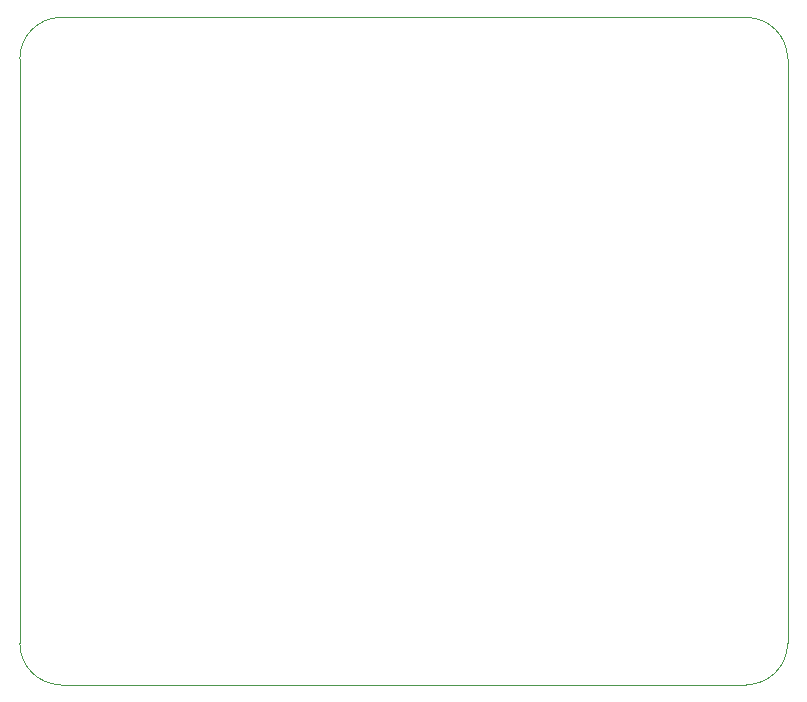
<source format=gm1>
%TF.GenerationSoftware,KiCad,Pcbnew,9.0.1*%
%TF.CreationDate,2025-04-06T01:41:18-07:00*%
%TF.ProjectId,Groundstation_2400_Hat,47726f75-6e64-4737-9461-74696f6e5f32,1.1*%
%TF.SameCoordinates,Original*%
%TF.FileFunction,Profile,NP*%
%FSLAX46Y46*%
G04 Gerber Fmt 4.6, Leading zero omitted, Abs format (unit mm)*
G04 Created by KiCad (PCBNEW 9.0.1) date 2025-04-06 01:41:18*
%MOMM*%
%LPD*%
G01*
G04 APERTURE LIST*
%TA.AperFunction,Profile*%
%ADD10C,0.100000*%
%TD*%
G04 APERTURE END LIST*
D10*
X165000000Y-153000000D02*
G75*
G02*
X161500000Y-156500000I-3500000J0D01*
G01*
X103500000Y-156500000D02*
G75*
G02*
X100000000Y-153000000I0J3500000D01*
G01*
X100000000Y-103500000D02*
X100000000Y-153000000D01*
X165000000Y-103500000D02*
X165000000Y-153000000D01*
X161500000Y-100000000D02*
G75*
G02*
X165000000Y-103500000I0J-3500000D01*
G01*
X161500000Y-156500000D02*
X103500000Y-156500000D01*
X103500000Y-100000000D02*
X161500000Y-100000000D01*
X100000000Y-103500000D02*
G75*
G02*
X103500000Y-100000000I3500000J0D01*
G01*
M02*

</source>
